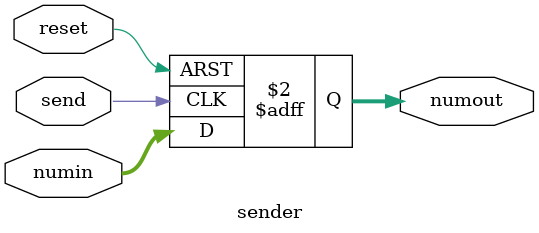
<source format=v>
module sender (numin, send, reset, numout);
input send, reset;
input [5:0] numin;
output reg [5:0] numout;

always @(posedge reset, posedge send)
begin

if (reset)
numout<=6'b0;

else if (send)
numout<=numin;

end

endmodule

</source>
